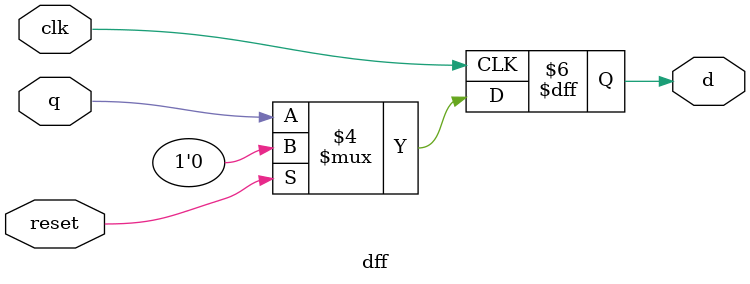
<source format=sv>
module dff(input clk,
           input reset,
           input q,
            output reg d);
 
  always @(posedge clk)begin
    if(reset==1'b1)
      d<=1'b0;
    else 
      d<=q;
  end
endmodule



</source>
